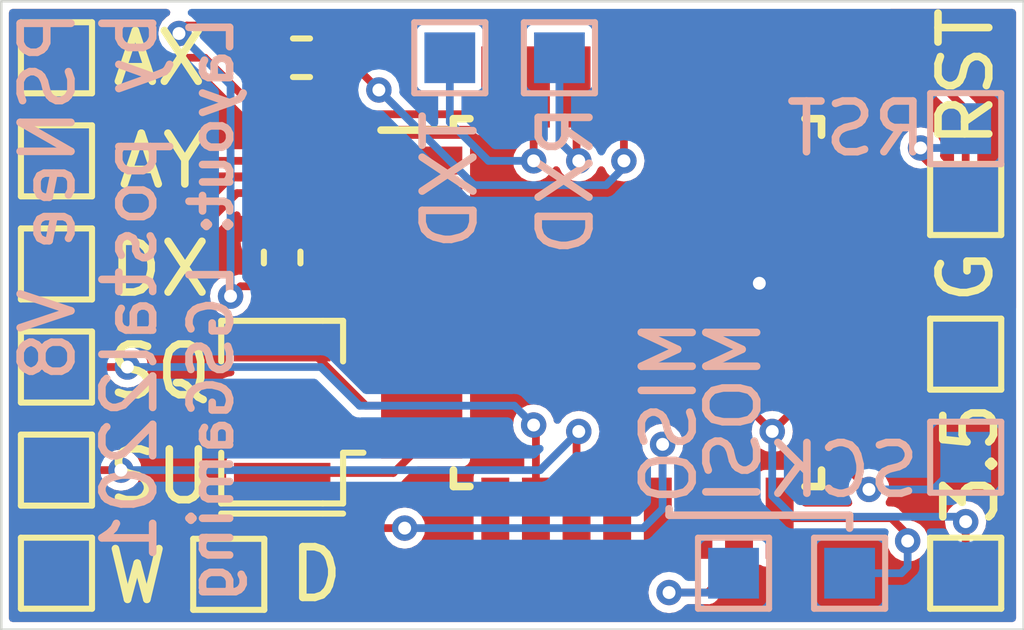
<source format=kicad_pcb>
(kicad_pcb (version 20211014) (generator pcbnew)
  (layers (0 "F.Cu" signal) (31 "B.Cu" signal) (34 "B.Paste" user) (35 "F.Paste" user) (36 "B.SilkS" user "B.Silkscreen") (37 "F.SilkS" user "F.Silkscreen") (38 "B.Mask" user) (39 "F.Mask" user) (44 "Edge.Cuts" user))
  (net 0 "")
  (net 1 "VCC")
  (net 2 "GND")
  (net 3 "RESET")
  (net 4 "DX")
  (net 5 "AX")
  (net 6 "SQCK")
  (net 7 "SUBQ")
  (net 8 "DATA")
  (net 9 "WFCK")
  (net 10 "AY")
  (net 11 "RXD")
  (net 12 "TXD")
  (net 13 "SCK")
  (net 14 "MOSI")
  (net 15 "MISO")
  (net 16 "Net-(U1-Pad7)")
  (net 17 "Net-(U1-Pad8)")
  (footprint "TestPoint:TestPoint_Pad_1.0x1.0mm" (layer "F.Cu") (at 86.487 133.604)
    (fp_text reference "TP5" hide)
    (fp_text value "SQ" (at 2.032 0.091) (layer "F.SilkS"))
    (fp_line (start 0.7 -0.7) (end 0.7 0.7) (layer "F.SilkS") (width 0.12))
    (fp_line (start -0.7 0.7) (end -0.7 -0.7) (layer "F.SilkS") (width 0.12))
    (fp_line (start 0.7 0.7) (end -0.7 0.7) (layer "F.SilkS") (width 0.12))
    (fp_line (start -0.7 -0.7) (end 0.7 -0.7) (layer "F.SilkS") (width 0.12))
    (pad "1" smd rect (at 0 0) (size 1 1) (layers "F.Cu" "F.Mask") (net 6 "SQCK"))
  )
  (footprint "TestPoint:TestPoint_Pad_1.0x1.0mm" (layer "F.Cu") (at 86.487 137.668)
    (fp_text reference "TP8" hide)
    (fp_text value "W" (at 1.59 0.06) (layer "F.SilkS"))
    (fp_line (start -0.7 -0.7) (end 0.7 -0.7) (layer "F.SilkS") (width 0.12))
    (fp_line (start 0.7 0.7) (end -0.7 0.7) (layer "F.SilkS") (width 0.12))
    (fp_line (start -0.7 0.7) (end -0.7 -0.7) (layer "F.SilkS") (width 0.12))
    (fp_line (start 0.7 -0.7) (end 0.7 0.7) (layer "F.SilkS") (width 0.12))
    (pad "1" smd rect (at 0 0) (size 1 1) (layers "F.Cu" "F.Mask") (net 9 "WFCK"))
  )
  (footprint "Capacitor_SMD:C_0402_1005Metric_Pad0.74x0.62mm_HandSolder" (layer "F.Cu") (at 90.932 131.445 90)
    (fp_text reference "C1" hide)
    (fp_text value "100nf" hide)
    (fp_line (start -0.115835 -0.36) (end 0.115835 -0.36) (layer "F.SilkS") (width 0.12))
    (fp_line (start -0.115835 0.36) (end 0.115835 0.36) (layer "F.SilkS") (width 0.12))
    (pad "1" smd roundrect (at -0.5675 0 90) (size 0.735 0.62) (layers "F.Cu" "F.Paste" "F.Mask") (net 1 "VCC"))
    (pad "2" smd roundrect (at 0.5675 0 90) (size 0.735 0.62) (layers "F.Cu" "F.Paste" "F.Mask") (net 2 "GND"))
  )
  (footprint "Crystal:Resonator_SMD_Murata_CSTxExxV-3Pin_3.0x1.1mm" (layer "F.Cu") (at 90.932 134.493 90)
    (fp_text reference "Y1" hide)
    (fp_text value "16mhz")
    (fp_line (start 1.8 -1.2) (end 1.8 0.8) (layer "F.SilkS") (width 0.12))
    (fp_line (start 1.8 0.8) (end 1.8 1.2) (layer "F.SilkS") (width 0.12))
    (fp_line (start -0.8 1.2) (end -1.8 1.2) (layer "F.SilkS") (width 0.12))
    (fp_line (start -1.8 0.8) (end -1.8 1.2) (layer "F.SilkS") (width 0.12))
    (fp_line (start -0.8 1.2) (end -0.8 1.6) (layer "F.SilkS") (width 0.12))
    (fp_line (start -1.8 0.8) (end -1.8 -1.2) (layer "F.SilkS") (width 0.12))
    (fp_line (start 1 -1.2) (end 1.8 -1.2) (layer "F.SilkS") (width 0.12))
    (fp_line (start -1.8 -1.2) (end -0.8 -1.2) (layer "F.SilkS") (width 0.12))
    (fp_line (start -2 0.8) (end -2 1.2) (layer "F.SilkS") (width 0.12))
    (fp_line (start 1.8 1.2) (end 1 1.2) (layer "F.SilkS") (width 0.12))
    (fp_line (start -2 -1.2) (end -2 0.8) (layer "F.SilkS") (width 0.12))
    (pad "1" smd rect (at -1.2 0 90) (size 0.4 1.9) (layers "F.Cu" "F.Paste" "F.Mask") (net 17 "Net-(U1-Pad8)"))
    (pad "2" smd rect (at 0 0 90) (size 0.4 1.9) (layers "F.Cu" "F.Paste" "F.Mask") (net 2 "GND"))
    (pad "3" smd rect (at 1.2 0 90) (size 0.4 1.9) (layers "F.Cu" "F.Paste" "F.Mask") (net 16 "Net-(U1-Pad7)"))
  )
  (footprint "TestPoint:TestPoint_Pad_1.0x1.0mm" (layer "F.Cu") (at 104.394 133.35 90)
    (fp_text reference "TP2" hide)
    (fp_text value "G" (at 1.524 0 90) (layer "F.SilkS"))
    (fp_line (start 0.7 -0.7) (end 0.7 0.7) (layer "F.SilkS") (width 0.12))
    (fp_line (start 0.7 0.7) (end -0.7 0.7) (layer "F.SilkS") (width 0.12))
    (fp_line (start -0.7 -0.7) (end 0.7 -0.7) (layer "F.SilkS") (width 0.12))
    (fp_line (start -0.7 0.7) (end -0.7 -0.7) (layer "F.SilkS") (width 0.12))
    (pad "1" smd rect (at 0 0 90) (size 1 1) (layers "F.Cu" "F.Mask") (net 2 "GND"))
  )
  (footprint "TestPoint:TestPoint_Pad_1.0x1.0mm" (layer "F.Cu") (at 86.487 131.572)
    (fp_text reference "TP3" hide)
    (fp_text value "DX" (at 2.032 0.099) (layer "F.SilkS"))
    (fp_line (start 0.7 0.7) (end -0.7 0.7) (layer "F.SilkS") (width 0.12))
    (fp_line (start -0.7 -0.7) (end 0.7 -0.7) (layer "F.SilkS") (width 0.12))
    (fp_line (start -0.7 0.7) (end -0.7 -0.7) (layer "F.SilkS") (width 0.12))
    (fp_line (start 0.7 -0.7) (end 0.7 0.7) (layer "F.SilkS") (width 0.12))
    (pad "1" smd rect (at 0 0) (size 1 1) (layers "F.Cu" "F.Mask") (net 4 "DX"))
  )
  (footprint "TestPoint:TestPoint_Pad_1.0x1.0mm" (layer "F.Cu") (at 86.487 135.636)
    (fp_text reference "TP6" hide)
    (fp_text value "SU" (at 2.032 0.127) (layer "F.SilkS"))
    (fp_line (start 0.7 0.7) (end -0.7 0.7) (layer "F.SilkS") (width 0.12))
    (fp_line (start -0.7 0.7) (end -0.7 -0.7) (layer "F.SilkS") (width 0.12))
    (fp_line (start -0.7 -0.7) (end 0.7 -0.7) (layer "F.SilkS") (width 0.12))
    (fp_line (start 0.7 -0.7) (end 0.7 0.7) (layer "F.SilkS") (width 0.12))
    (pad "1" smd rect (at 0 0) (size 1 1) (layers "F.Cu" "F.Mask") (net 7 "SUBQ"))
  )
  (footprint "TestPoint:TestPoint_Pad_1.0x1.0mm" (layer "F.Cu") (at 104.394 137.668)
    (fp_text reference "TP1" hide)
    (fp_text value "3.5" (at 0.094 -2.159 90) (layer "F.SilkS"))
    (fp_line (start 0.7 0.7) (end -0.7 0.7) (layer "F.SilkS") (width 0.12))
    (fp_line (start -0.7 -0.7) (end 0.7 -0.7) (layer "F.SilkS") (width 0.12))
    (fp_line (start 0.7 -0.7) (end 0.7 0.7) (layer "F.SilkS") (width 0.12))
    (fp_line (start -0.7 0.7) (end -0.7 -0.7) (layer "F.SilkS") (width 0.12))
    (pad "1" smd rect (at 0 0) (size 1 1) (layers "F.Cu" "F.Mask") (net 1 "VCC"))
  )
  (footprint "TestPoint:TestPoint_Pad_1.0x1.0mm" (layer "F.Cu") (at 86.487 127.508)
    (fp_text reference "TP4" hide)
    (fp_text value "AX" (at 2.03 0.008) (layer "F.SilkS"))
    (fp_line (start -0.7 0.7) (end -0.7 -0.7) (layer "F.SilkS") (width 0.12))
    (fp_line (start 0.7 0.7) (end -0.7 0.7) (layer "F.SilkS") (width 0.12))
    (fp_line (start 0.7 -0.7) (end 0.7 0.7) (layer "F.SilkS") (width 0.12))
    (fp_line (start -0.7 -0.7) (end 0.7 -0.7) (layer "F.SilkS") (width 0.12))
    (pad "1" smd rect (at 0 0) (size 1 1) (layers "F.Cu" "F.Mask") (net 5 "AX"))
  )
  (footprint "TestPoint:TestPoint_Pad_1.0x1.0mm" (layer "F.Cu") (at 104.394 130.302)
    (fp_text reference "TP10" hide)
    (fp_text value "RST" (at 0 -2.413 90) (layer "F.SilkS"))
    (fp_line (start 0.7 0.7) (end -0.7 0.7) (layer "F.SilkS") (width 0.12))
    (fp_line (start 0.7 -0.7) (end 0.7 0.7) (layer "F.SilkS") (width 0.12))
    (fp_line (start -0.7 0.7) (end -0.7 -0.7) (layer "F.SilkS") (width 0.12))
    (fp_line (start -0.7 -0.7) (end 0.7 -0.7) (layer "F.SilkS") (width 0.12))
    (pad "1" smd rect (at 0 0) (size 1 1) (layers "F.Cu" "F.Mask") (net 3 "RESET"))
  )
  (footprint "Package_QFP:TQFP-32_7x7mm_P0.8mm" (layer "F.Cu") (at 97.93 132.334)
    (fp_text reference "U1" hide)
    (fp_text value "ATmega328P-A" hide)
    (fp_line (start -3.625 -3.4) (end -5.05 -3.4) (layer "F.SilkS") (width 0.15))
    (fp_line (start 3.625 -3.625) (end 3.3 -3.625) (layer "F.SilkS") (width 0.15))
    (fp_line (start -3.625 -3.625) (end -3.625 -3.4) (layer "F.SilkS") (width 0.15))
    (fp_line (start -3.625 3.625) (end -3.625 3.3) (layer "F.SilkS") (width 0.15))
    (fp_line (start 3.625 3.625) (end 3.625 3.3) (layer "F.SilkS") (width 0.15))
    (fp_line (start 3.625 -3.625) (end 3.625 -3.3) (layer "F.SilkS") (width 0.15))
    (fp_line (start -3.625 -3.625) (end -3.3 -3.625) (layer "F.SilkS") (width 0.15))
    (fp_line (start -3.625 3.625) (end -3.3 3.625) (layer "F.SilkS") (width 0.15))
    (fp_line (start 3.625 3.625) (end 3.3 3.625) (layer "F.SilkS") (width 0.15))
    (pad "1" smd rect (at -4.25 -2.8) (size 1.6 0.55) (layers "F.Cu" "F.Paste" "F.Mask") (net 10 "AY"))
    (pad "2" smd rect (at -4.25 -2) (size 1.6 0.55) (layers "F.Cu" "F.Paste" "F.Mask") (net 4 "DX"))
    (pad "3" smd rect (at -4.25 -1.2) (size 1.6 0.55) (layers "F.Cu" "F.Paste" "F.Mask") (net 2 "GND"))
    (pad "4" smd rect (at -4.25 -0.4) (size 1.6 0.55) (layers "F.Cu" "F.Paste" "F.Mask") (net 1 "VCC"))
    (pad "5" smd rect (at -4.25 0.4) (size 1.6 0.55) (layers "F.Cu" "F.Paste" "F.Mask") (net 2 "GND"))
    (pad "6" smd rect (at -4.25 1.2) (size 1.6 0.55) (layers "F.Cu" "F.Paste" "F.Mask") (net 1 "VCC"))
    (pad "7" smd rect (at -4.25 2) (size 1.6 0.55) (layers "F.Cu" "F.Paste" "F.Mask") (net 16 "Net-(U1-Pad7)"))
    (pad "8" smd rect (at -4.25 2.8) (size 1.6 0.55) (layers "F.Cu" "F.Paste" "F.Mask") (net 17 "Net-(U1-Pad8)"))
    (pad "9" smd rect (at -2.8 4.25 90) (size 1.6 0.55) (layers "F.Cu" "F.Paste" "F.Mask"))
    (pad "10" smd rect (at -2 4.25 90) (size 1.6 0.55) (layers "F.Cu" "F.Paste" "F.Mask") (net 6 "SQCK"))
    (pad "11" smd rect (at -1.2 4.25 90) (size 1.6 0.55) (layers "F.Cu" "F.Paste" "F.Mask") (net 7 "SUBQ"))
    (pad "12" smd rect (at -0.4 4.25 90) (size 1.6 0.55) (layers "F.Cu" "F.Paste" "F.Mask") (net 8 "DATA"))
    (pad "13" smd rect (at 0.4 4.25 90) (size 1.6 0.55) (layers "F.Cu" "F.Paste" "F.Mask") (net 9 "WFCK"))
    (pad "14" smd rect (at 1.2 4.25 90) (size 1.6 0.55) (layers "F.Cu" "F.Paste" "F.Mask"))
    (pad "15" smd rect (at 2 4.25 90) (size 1.6 0.55) (layers "F.Cu" "F.Paste" "F.Mask") (net 14 "MOSI"))
    (pad "16" smd rect (at 2.8 4.25 90) (size 1.6 0.55) (layers "F.Cu" "F.Paste" "F.Mask") (net 15 "MISO"))
    (pad "17" smd rect (at 4.25 2.8) (size 1.6 0.55) (layers "F.Cu" "F.Paste" "F.Mask") (net 13 "SCK"))
    (pad "18" smd rect (at 4.25 2) (size 1.6 0.55) (layers "F.Cu" "F.Paste" "F.Mask") (net 1 "VCC"))
    (pad "19" smd rect (at 4.25 1.2) (size 1.6 0.55) (layers "F.Cu" "F.Paste" "F.Mask"))
    (pad "20" smd rect (at 4.25 0.4) (size 1.6 0.55) (layers "F.Cu" "F.Paste" "F.Mask"))
    (pad "21" smd rect (at 4.25 -0.4) (size 1.6 0.55) (layers "F.Cu" "F.Paste" "F.Mask") (net 2 "GND"))
    (pad "22" smd rect (at 4.25 -1.2) (size 1.6 0.55) (layers "F.Cu" "F.Paste" "F.Mask"))
    (pad "23" smd rect (at 4.25 -2) (size 1.6 0.55) (layers "F.Cu" "F.Paste" "F.Mask"))
    (pad "24" smd rect (at 4.25 -2.8) (size 1.6 0.55) (layers "F.Cu" "F.Paste" "F.Mask"))
    (pad "25" smd rect (at 2.8 -4.25 90) (size 1.6 0.55) (layers "F.Cu" "F.Paste" "F.Mask"))
    (pad "26" smd rect (at 2 -4.25 90) (size 1.6 0.55) (layers "F.Cu" "F.Paste" "F.Mask"))
    (pad "27" smd rect (at 1.2 -4.25 90) (size 1.6 0.55) (layers "F.Cu" "F.Paste" "F.Mask"))
    (pad "28" smd rect (at 0.4 -4.25 90) (size 1.6 0.55) (layers "F.Cu" "F.Paste" "F.Mask"))
    (pad "29" smd rect (at -0.4 -4.25 90) (size 1.6 0.55) (layers "F.Cu" "F.Paste" "F.Mask") (net 3 "RESET"))
    (pad "30" smd rect (at -1.2 -4.25 90) (size 1.6 0.55) (layers "F.Cu" "F.Paste" "F.Mask") (net 11 "RXD"))
    (pad "31" smd rect (at -2 -4.25 90) (size 1.6 0.55) (layers "F.Cu" "F.Paste" "F.Mask") (net 12 "TXD"))
    (pad "32" smd rect (at -2.8 -4.25 90) (size 1.6 0.55) (layers "F.Cu" "F.Paste" "F.Mask") (net 5 "AX"))
  )
  (footprint "TestPoint:TestPoint_Pad_1.0x1.0mm" (layer "F.Cu") (at 86.487 129.54)
    (fp_text reference "TP9" hide)
    (fp_text value "AY" (at 2.1 0) (layer "F.SilkS"))
    (fp_line (start -0.7 0.7) (end -0.7 -0.7) (layer "F.SilkS") (width 0.12))
    (fp_line (start -0.7 -0.7) (end 0.7 -0.7) (layer "F.SilkS") (width 0.12))
    (fp_line (start 0.7 0.7) (end -0.7 0.7) (layer "F.SilkS") (width 0.12))
    (fp_line (start 0.7 -0.7) (end 0.7 0.7) (layer "F.SilkS") (width 0.12))
    (pad "1" smd rect (at 0 0) (size 1 1) (layers "F.Cu" "F.Mask") (net 10 "AY"))
  )
  (footprint "TestPoint:TestPoint_Pad_1.0x1.0mm" (layer "F.Cu") (at 89.88 137.69)
    (fp_text reference "TP7" hide)
    (fp_text value "D" (at 1.72 0) (layer "F.SilkS"))
    (fp_line (start 0.7 -0.7) (end 0.7 0.7) (layer "F.SilkS") (width 0.12))
    (fp_line (start -0.7 -0.7) (end 0.7 -0.7) (layer "F.SilkS") (width 0.12))
    (fp_line (start -0.7 0.7) (end -0.7 -0.7) (layer "F.SilkS") (width 0.12))
    (fp_line (start 0.7 0.7) (end -0.7 0.7) (layer "F.SilkS") (width 0.12))
    (pad "1" smd rect (at 0 0) (size 1 1) (layers "F.Cu" "F.Mask") (net 8 "DATA"))
  )
  (footprint "Resistor_SMD:R_0402_1005Metric_Pad0.72x0.64mm_HandSolder" (layer "F.Cu") (at 91.313 127.508)
    (fp_text reference "R1" hide)
    (fp_text value "10k" hide)
    (fp_line (start -0.167621 0.38) (end 0.167621 0.38) (layer "F.SilkS") (width 0.12))
    (fp_line (start -0.167621 -0.38) (end 0.167621 -0.38) (layer "F.SilkS") (width 0.12))
    (pad "1" smd roundrect (at -0.5975 0) (size 0.715 0.64) (layers "F.Cu" "F.Paste" "F.Mask") (net 1 "VCC"))
    (pad "2" smd roundrect (at 0.5975 0) (size 0.715 0.64) (layers "F.Cu" "F.Paste" "F.Mask") (net 3 "RESET"))
  )
  (footprint "TestPoint:TestPoint_Pad_1.0x1.0mm" (layer "B.Cu") (at 104.394 135.382 -90)
    (fp_text reference "TP13" hide)
    (fp_text value "SCK" (at 0.254 2.413) (layer "B.SilkS") (effects (justify mirror)))
    (fp_line (start -0.7 -0.7) (end -0.7 0.7) (layer "B.SilkS") (width 0.12))
    (fp_line (start 0.7 -0.7) (end -0.7 -0.7) (layer "B.SilkS") (width 0.12))
    (fp_line (start -0.7 0.7) (end 0.7 0.7) (layer "B.SilkS") (width 0.12))
    (fp_line (start 0.7 0.7) (end 0.7 -0.7) (layer "B.SilkS") (width 0.12))
    (pad "1" smd rect (at 0 0 270) (size 1 1) (layers "B.Cu" "B.Mask") (net 13 "SCK"))
  )
  (footprint "TestPoint:TestPoint_Pad_1.0x1.0mm" (layer "B.Cu") (at 104.394 128.905 180)
    (fp_text reference "REF**" hide)
    (fp_text value "TestPoint_Pad_1.0x1.0mm" hide)
    (fp_line (start 0.7 0.7) (end 0.7 -0.7) (layer "B.SilkS") (width 0.12))
    (fp_line (start -0.7 -0.7) (end -0.7 0.7) (layer "B.SilkS") (width 0.12))
    (fp_line (start -0.7 0.7) (end 0.7 0.7) (layer "B.SilkS") (width 0.12))
    (fp_line (start 0.7 -0.7) (end -0.7 -0.7) (layer "B.SilkS") (width 0.12))
    (pad "1" smd rect (at 0 0 180) (size 1 1) (layers "B.Cu" "B.Mask") (net 3 "RESET"))
  )
  (footprint "TestPoint:TestPoint_Pad_1.0x1.0mm" (layer "B.Cu") (at 94.234 127.508 180)
    (fp_text reference "TP12" hide)
    (fp_text value "TXD" (at 0 -2.413 90) (layer "B.SilkS") (effects (justify mirror)))
    (fp_line (start -0.7 0.7) (end 0.7 0.7) (layer "B.SilkS") (width 0.12))
    (fp_line (start -0.7 -0.7) (end -0.7 0.7) (layer "B.SilkS") (width 0.12))
    (fp_line (start 0.7 -0.7) (end -0.7 -0.7) (layer "B.SilkS") (width 0.12))
    (fp_line (start 0.7 0.7) (end 0.7 -0.7) (layer "B.SilkS") (width 0.12))
    (pad "1" smd rect (at 0 0 180) (size 1 1) (layers "B.Cu" "B.Mask") (net 12 "TXD"))
  )
  (footprint "TestPoint:TestPoint_Pad_1.0x1.0mm" (layer "B.Cu") (at 96.393 127.508 180)
    (fp_text reference "TP11" hide)
    (fp_text value "RXD" (at -0.127 -2.413 90) (layer "B.SilkS") (effects (justify mirror)))
    (fp_line (start -0.7 -0.7) (end -0.7 0.7) (layer "B.SilkS") (width 0.12))
    (fp_line (start -0.7 0.7) (end 0.7 0.7) (layer "B.SilkS") (width 0.12))
    (fp_line (start 0.7 0.7) (end 0.7 -0.7) (layer "B.SilkS") (width 0.12))
    (fp_line (start 0.7 -0.7) (end -0.7 -0.7) (layer "B.SilkS") (width 0.12))
    (pad "1" smd rect (at 0 0 180) (size 1 1) (layers "B.Cu" "B.Mask") (net 11 "RXD"))
  )
  (footprint "TestPoint:TestPoint_Pad_1.0x1.0mm" (layer "B.Cu") (at 99.822 137.668 180)
    (fp_text reference "TP14" hide)
    (fp_text value "MOSI" (at 0 3.175 270) (layer "B.SilkS") (effects (justify mirror)))
    (fp_line (start 0.7 0.7) (end 0.7 -0.7) (layer "B.SilkS") (width 0.12))
    (fp_line (start -0.7 0.7) (end 0.7 0.7) (layer "B.SilkS") (width 0.12))
    (fp_line (start -0.7 -0.7) (end -0.7 0.7) (layer "B.SilkS") (width 0.12))
    (fp_line (start 0.7 -0.7) (end -0.7 -0.7) (layer "B.SilkS") (width 0.12))
    (pad "1" smd rect (at 0 0 180) (size 1 1) (layers "B.Cu" "B.Mask") (net 14 "MOSI"))
  )
  (footprint "TestPoint:TestPoint_Pad_1.0x1.0mm" (layer "B.Cu") (at 102.108 137.668 180)
    (fp_text reference "TP15" hide)
    (fp_text value "MISO" (at 3.556 3.175 90) (layer "B.SilkS") (effects (justify mirror)))
    (fp_line (start -0.7 -0.7) (end -0.7 0.7) (layer "B.SilkS") (width 0.12))
    (fp_line (start 0.7 0.7) (end 0.7 -0.7) (layer "B.SilkS") (width 0.12))
    (fp_line (start -0.7 0.7) (end 0.7 0.7) (layer "B.SilkS") (width 0.12))
    (fp_line (start 0.7 -0.7) (end -0.7 -0.7) (layer "B.SilkS") (width 0.12))
    (pad "1" smd rect (at 0 0 180) (size 1 1) (layers "B.Cu" "B.Mask") (net 15 "MISO"))
  )
  (gr_line (start 102.108 136.525) (end 102.108 136.779) (layer "B.SilkS") (width 0.15))
  (gr_line (start 98.552 136.525) (end 98.552 136.398) (layer "B.SilkS") (width 0.15))
  (gr_line (start 98.552 136.525) (end 102.108 136.525) (layer "B.SilkS") (width 0.15))
  (gr_rect (start 105.537 126.3945) (end 85.4 138.7815) (layer "Edge.Cuts") (width 0.05) (fill none))
  (gr_text "Layout: LGSGaming" (at 89.535 126.619 90) (layer "B.SilkS") (effects (font (size 0.8 0.8)) (justify left mirror)))
  (gr_text "PSNee V8 \nby postal2201" (at 87.122 126.492 90) (layer "B.SilkS") (effects (font (size 1 1)) (justify left mirror)))
  (gr_text "RST" (at 102.235 128.905) (layer "B.SilkS") (effects (font (size 1 1)) (justify mirror)))
  (segment (start 90.1105 132.0125) (end 89.916 132.207) (width 0.1524) (layer "F.Cu") (net 1))
  (segment (start 101.124 134.334) (end 102.18 134.334) (width 0.1524) (layer "F.Cu") (net 1))
  (segment (start 104.394 137.668) (end 104.394 136.652) (width 0.1524) (layer "F.Cu") (net 1))
  (segment (start 96.323 133.534) (end 96.323 132.645) (width 0.1524) (layer "F.Cu") (net 1))
  (segment (start 99.244 133.534) (end 96.323 133.534) (width 0.1524) (layer "F.Cu") (net 1))
  (segment (start 100.584 134.874) (end 101.124 134.334) (width 0.1524) (layer "F.Cu") (net 1))
  (segment (start 96.323 132.645) (end 95.612 131.934) (width 0.1524) (layer "F.Cu") (net 1))
  (segment (start 88.9 127.0299) (end 89.0569 126.873) (width 0.1524) (layer "F.Cu") (net 1))
  (segment (start 96.323 133.534) (end 93.68 133.534) (width 0.1524) (layer "F.Cu") (net 1))
  (segment (start 90.932 132.0125) (end 90.1105 132.0125) (width 0.1524) (layer "F.Cu") (net 1))
  (segment (start 100.584 134.874) (end 99.244 133.534) (width 0.1524) (layer "F.Cu") (net 1))
  (segment (start 95.612 131.934) (end 93.68 131.934) (width 0.1524) (layer "F.Cu") (net 1))
  (segment (start 91.0105 131.934) (end 93.68 131.934) (width 0.1524) (layer "F.Cu") (net 1))
  (segment (start 90.932 132.0125) (end 91.0105 131.934) (width 0.1524) (layer "F.Cu") (net 1))
  (segment (start 89.0569 126.873) (end 90.0805 126.873) (width 0.1524) (layer "F.Cu") (net 1))
  (segment (start 90.0805 126.873) (end 90.7155 127.508) (width 0.1524) (layer "F.Cu") (net 1))
  (via (at 100.584 134.874) (size 0.5) (drill 0.254) (layers "F.Cu" "B.Cu") (net 1))
  (via (at 88.9 127.0299) (size 0.5) (drill 0.254) (layers "F.Cu" "B.Cu") (net 1))
  (via (at 89.916 132.207) (size 0.5) (drill 0.254) (layers "F.Cu" "B.Cu") (net 1))
  (via (at 104.394 136.652) (size 0.5) (drill 0.254) (layers "F.Cu" "B.Cu") (net 1))
  (segment (start 89.916 128.0459) (end 88.9 127.0299) (width 0.1524) (layer "B.Cu") (net 1))
  (segment (start 104.394 136.652) (end 104.2964 136.5544) (width 0.1524) (layer "B.Cu") (net 1))
  (segment (start 89.916 132.207) (end 89.916 128.0459) (width 0.1524) (layer "B.Cu") (net 1))
  (segment (start 104.2964 136.5544) (end 100.9944 136.5544) (width 0.1524) (layer "B.Cu") (net 1))
  (segment (start 100.9944 136.5544) (end 100.584 136.144) (width 0.1524) (layer "B.Cu") (net 1))
  (segment (start 100.584 136.144) (end 100.584 134.874) (width 0.1524) (layer "B.Cu") (net 1))
  (segment (start 103.74 131.934) (end 102.18 131.934) (width 0.1524) (layer "F.Cu") (net 2))
  (segment (start 104.394 133.35) (end 104.394 132.588) (width 0.1524) (layer "F.Cu") (net 2))
  (segment (start 104.394 132.588) (end 103.74 131.934) (width 0.1524) (layer "F.Cu") (net 2))
  (via (at 100.33 131.953) (size 0.5) (drill 0.254) (layers "F.Cu" "B.Cu") (net 2))
  (segment (start 97.663 128.217) (end 97.53 128.084) (width 0.1524) (layer "F.Cu") (net 3))
  (segment (start 102.616 126.746) (end 97.917 126.746) (width 0.1524) (layer "F.Cu") (net 3))
  (segment (start 104.394 128.524) (end 102.616 126.746) (width 0.1524) (layer "F.Cu") (net 3))
  (segment (start 97.917 126.746) (end 97.53 127.133) (width 0.1524) (layer "F.Cu") (net 3))
  (segment (start 97.663 129.54) (end 97.663 128.217) (width 0.1524) (layer "F.Cu") (net 3))
  (segment (start 92.202 127.508) (end 92.837 128.143) (width 0.1524) (layer "F.Cu") (net 3))
  (segment (start 97.53 127.133) (end 97.53 128.084) (width 0.1524) (layer "F.Cu") (net 3))
  (segment (start 104.394 130.302) (end 103.505 129.413) (width 0.1524) (layer "F.Cu") (net 3))
  (segment (start 91.9105 127.508) (end 92.202 127.508) (width 0.1524) (layer "F.Cu") (net 3))
  (segment (start 104.394 130.302) (end 104.394 128.524) (width 0.1524) (layer "F.Cu") (net 3))
  (segment (start 103.505 129.413) (end 103.505 129.286) (width 0.1524) (layer "F.Cu") (net 3))
  (via (at 103.505 129.286) (size 0.5) (drill 0.254) (layers "F.Cu" "B.Cu") (net 3))
  (via (at 97.663 129.54) (size 0.5) (drill 0.254) (layers "F.Cu" "B.Cu") (net 3))
  (via (at 92.837 128.143) (size 0.5) (drill 0.254) (layers "F.Cu" "B.Cu") (net 3))
  (segment (start 103.505 129.286) (end 104.013 129.286) (width 0.1524) (layer "B.Cu") (net 3))
  (segment (start 97.536 129.794) (end 97.663 129.667) (width 0.1524) (layer "B.Cu") (net 3))
  (segment (start 104.013 129.286) (end 104.394 128.905) (width 0.1524) (layer "B.Cu") (net 3))
  (segment (start 94.7126 130.0186) (end 97.3114 130.0186) (width 0.1524) (layer "B.Cu") (net 3))
  (segment (start 97.663 129.667) (end 97.663 129.54) (width 0.1524) (layer "B.Cu") (net 3))
  (segment (start 92.837 128.143) (end 94.7126 130.0186) (width 0.1524) (layer "B.Cu") (net 3))
  (segment (start 97.3114 130.0186) (end 97.536 129.794) (width 0.1524) (layer "B.Cu") (net 3))
  (segment (start 88.646 131.572) (end 90.043 130.175) (width 0.1524) (layer "F.Cu") (net 4))
  (segment (start 86.487 131.572) (end 88.646 131.572) (width 0.1524) (layer "F.Cu") (net 4))
  (segment (start 92.329 130.175) (end 92.488 130.334) (width 0.1524) (layer "F.Cu") (net 4))
  (segment (start 92.488 130.334) (end 93.68 130.334) (width 0.1524) (layer "F.Cu") (net 4))
  (segment (start 90.043 130.175) (end 92.329 130.175) (width 0.1524) (layer "F.Cu") (net 4))
  (segment (start 90.5216 128.6216) (end 94.5924 128.6216) (width 0.1524) (layer "F.Cu") (net 5))
  (segment (start 89.408 127.508) (end 90.5216 128.6216) (width 0.1524) (layer "F.Cu") (net 5))
  (segment (start 94.5924 128.6216) (end 95.13 128.084) (width 0.1524) (layer "F.Cu") (net 5))
  (segment (start 86.487 127.508) (end 89.408 127.508) (width 0.1524) (layer "F.Cu") (net 5))
  (segment (start 86.487 133.604) (end 87.884 133.604) (width 0.1524) (layer "F.Cu") (net 6))
  (segment (start 95.93 134.792) (end 95.93 136.584) (width 0.1524) (layer "F.Cu") (net 6))
  (segment (start 95.885 134.747) (end 95.93 134.792) (width 0.1524) (layer "F.Cu") (net 6))
  (via (at 87.884 133.604) (size 0.5) (drill 0.254) (layers "F.Cu" "B.Cu") (net 6))
  (via (at 95.885 134.747) (size 0.5) (drill 0.254) (layers "F.Cu" "B.Cu") (net 6))
  (segment (start 95.758 134.62) (end 95.885 134.747) (width 0.1524) (layer "B.Cu") (net 6))
  (segment (start 91.694 133.604) (end 92.456 134.366) (width 0.1524) (layer "B.Cu") (net 6))
  (segment (start 87.884 133.604) (end 91.694 133.604) (width 0.1524) (layer "B.Cu") (net 6))
  (segment (start 92.456 134.366) (end 95.504 134.366) (width 0.1524) (layer "B.Cu") (net 6))
  (segment (start 95.504 134.366) (end 95.758 134.62) (width 0.1524) (layer "B.Cu") (net 6))
  (segment (start 96.73 134.918) (end 96.73 136.584) (width 0.1524) (layer "F.Cu") (net 7))
  (segment (start 86.487 135.636) (end 87.757 135.636) (width 0.1524) (layer "F.Cu") (net 7))
  (segment (start 96.774 134.874) (end 96.73 134.918) (width 0.1524) (layer "F.Cu") (net 7))
  (via (at 87.757 135.636) (size 0.5) (drill 0.254) (layers "F.Cu" "B.Cu") (net 7))
  (via (at 96.774 134.874) (size 0.5) (drill 0.254) (layers "F.Cu" "B.Cu") (net 7))
  (segment (start 87.757 135.636) (end 96.012 135.636) (width 0.1524) (layer "B.Cu") (net 7))
  (segment (start 96.012 135.636) (end 96.774 134.874) (width 0.1524) (layer "B.Cu") (net 7))
  (segment (start 97.53 137.801) (end 97.53 136.584) (width 0.1524) (layer "F.Cu") (net 8))
  (segment (start 93.367 137.69) (end 93.853 138.176) (width 0.1524) (layer "F.Cu") (net 8))
  (segment (start 97.155 138.176) (end 97.53 137.801) (width 0.1524) (layer "F.Cu") (net 8))
  (segment (start 93.853 138.176) (end 97.155 138.176) (width 0.1524) (layer "F.Cu") (net 8))
  (segment (start 89.88 137.69) (end 93.367 137.69) (width 0.1524) (layer "F.Cu") (net 8))
  (segment (start 98.425 136.489) (end 98.33 136.584) (width 0.1524) (layer "F.Cu") (net 9))
  (segment (start 87.884 137.668) (end 88.773 136.779) (width 0.1524) (layer "F.Cu") (net 9))
  (segment (start 86.487 137.668) (end 87.884 137.668) (width 0.1524) (layer "F.Cu") (net 9))
  (segment (start 88.773 136.779) (end 93.345 136.779) (width 0.1524) (layer "F.Cu") (net 9))
  (segment (start 98.425 135.128) (end 98.425 136.489) (width 0.1524) (layer "F.Cu") (net 9))
  (via (at 98.425 135.128) (size 0.5) (drill 0.254) (layers "F.Cu" "B.Cu") (net 9))
  (via (at 93.345 136.779) (size 0.5) (drill 0.254) (layers "F.Cu" "B.Cu") (net 9))
  (segment (start 98.044 136.779) (end 98.425 136.398) (width 0.1524) (layer "B.Cu") (net 9))
  (segment (start 93.345 136.779) (end 98.044 136.779) (width 0.1524) (layer "B.Cu") (net 9))
  (segment (start 98.425 136.398) (end 98.425 135.128) (width 0.1524) (layer "B.Cu") (net 9))
  (segment (start 86.487 129.54) (end 93.674 129.54) (width 0.1524) (layer "F.Cu") (net 10))
  (segment (start 93.674 129.54) (end 93.68 129.534) (width 0.1524) (layer "F.Cu") (net 10))
  (segment (start 96.73 129.496) (end 96.774 129.54) (width 0.1524) (layer "F.Cu") (net 11))
  (segment (start 96.73 128.084) (end 96.73 129.496) (width 0.1524) (layer "F.Cu") (net 11))
  (via (at 96.774 129.54) (size 0.5) (drill 0.254) (layers "F.Cu" "B.Cu") (net 11))
  (segment (start 96.774 129.54) (end 96.393 129.159) (width 0.1524) (layer "B.Cu") (net 11))
  (segment (start 96.393 129.159) (end 96.393 127.508) (width 0.1524) (layer "B.Cu") (net 11))
  (segment (start 95.885 128.129) (end 95.93 128.084) (width 0.1524) (layer "F.Cu") (net 12))
  (segment (start 95.885 129.54) (end 95.885 128.129) (width 0.1524) (layer "F.Cu") (net 12))
  (via (at 95.885 129.54) (size 0.5) (drill 0.254) (layers "F.Cu" "B.Cu") (net 12))
  (segment (start 94.234 127.508) (end 94.234 128.778) (width 0.1524) (layer "B.Cu") (net 12))
  (segment (start 94.996 129.54) (end 95.885 129.54) (width 0.1524) (layer "B.Cu") (net 12))
  (segment (start 94.234 128.778) (end 94.996 129.54) (width 0.1524) (layer "B.Cu") (net 12))
  (segment (start 102.18 135.708) (end 102.489 136.017) (width 0.1524) (layer "F.Cu") (net 13))
  (segment (start 102.18 135.134) (end 102.18 135.708) (width 0.1524) (layer "F.Cu") (net 13))
  (via (at 102.489 136.017) (size 0.5) (drill 0.254) (layers "F.Cu" "B.Cu") (net 13))
  (segment (start 103.759 136.017) (end 104.394 135.382) (width 0.1524) (layer "B.Cu") (net 13))
  (segment (start 102.489 136.017) (end 103.759 136.017) (width 0.1524) (layer "B.Cu") (net 13))
  (segment (start 99.93 136.584) (end 99.93 137.433) (width 0.1524) (layer "F.Cu") (net 14))
  (segment (start 99.93 137.433) (end 99.314 138.049) (width 0.1524) (layer "F.Cu") (net 14))
  (segment (start 99.314 138.049) (end 98.552 138.049) (width 0.1524) (layer "F.Cu") (net 14))
  (via (at 98.552 138.049) (size 0.5) (drill 0.254) (layers "F.Cu" "B.Cu") (net 14))
  (segment (start 99.441 138.049) (end 99.822 137.668) (width 0.1524) (layer "B.Cu") (net 14))
  (segment (start 98.552 138.049) (end 99.441 138.049) (width 0.1524) (layer "B.Cu") (net 14))
  (segment (start 103.251 136.906) (end 103.251 137.033) (width 0.1524) (layer "F.Cu") (net 15))
  (segment (start 102.929 136.584) (end 103.251 136.906) (width 0.1524) (layer "F.Cu") (net 15))
  (segment (start 100.73 136.584) (end 102.929 136.584) (width 0.1524) (layer "F.Cu") (net 15))
  (via (at 103.251 137.033) (size 0.5) (drill 0.254) (layers "F.Cu" "B.Cu") (net 15))
  (segment (start 103.251 137.033) (end 103.251 137.541) (width 0.1524) (layer "B.Cu") (net 15))
  (segment (start 103.251 137.541) (end 103.124 137.668) (width 0.1524) (layer "B.Cu") (net 15))
  (segment (start 103.124 137.668) (end 102.108 137.668) (width 0.1524) (layer "B.Cu") (net 15))
  (segment (start 91.51 133.293) (end 92.583 134.366) (width 0.1524) (layer "F.Cu") (net 16))
  (segment (start 90.932 133.293) (end 91.51 133.293) (width 0.1524) (layer "F.Cu") (net 16))
  (segment (start 92.583 134.366) (end 92.837 134.366) (width 0.1524) (layer "F.Cu") (net 16))
  (segment (start 93.121 135.693) (end 93.68 135.134) (width 0.1524) (layer "F.Cu") (net 17))
  (segment (start 90.932 135.693) (end 93.121 135.693) (width 0.1524) (layer "F.Cu") (net 17))
  (zone (net 2) (net_name "GND") (layers F&B.Cu) (connect_pads (clearance 0.15)) (min_thickness 0.15) (fill yes (thermal_gap 0.508) (thermal_bridge_width 0.508))
    (polygon (pts (xy 105.41 138.684) (xy 85.471 138.684) (xy 85.471 126.492) (xy 105.41 126.492)))
  )
)
</source>
